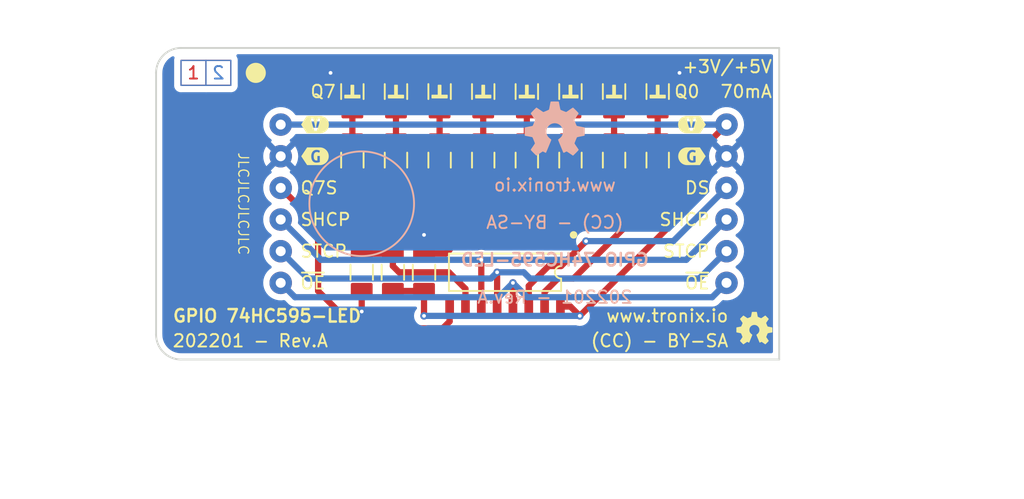
<source format=kicad_pcb>
(kicad_pcb (version 20211014) (generator pcbnew)
  (title_block (title "GPIO - 74HC595-LED") (date "01/2022") (rev "A"))
  (layers (0 "F.Cu" signal) (31 "B.Cu" signal) (34 "B.Paste" user) (35 "F.Paste" user) (36 "B.SilkS" user "B.Silkscreen") (37 "F.SilkS" user "F.Silkscreen") (38 "B.Mask" user) (39 "F.Mask" user) (44 "Edge.Cuts" user))
  (net 0 "")
  (net 1 "GND")
  (net 2 "VDD")
  (net 3 "Q7S")
  (net 4 "Net-(U1-Pad10)")
  (net 5 "Net-(U1-Pad14)")
  (net 6 "Net-(U1-Pad11)")
  (net 7 "Net-(U1-Pad12)")
  (net 8 "Net-(R2-Pad1)")
  (net 9 "Net-(R9-Pad1)")
  (net 10 "Net-(LED1-Pad2)")
  (net 11 "Net-(LED2-Pad2)")
  (net 12 "Net-(LED3-Pad2)")
  (net 13 "Net-(LED4-Pad2)")
  (net 14 "Net-(LED5-Pad2)")
  (net 15 "Net-(LED6-Pad2)")
  (net 16 "Net-(LED7-Pad2)")
  (net 17 "Net-(LED8-Pad2)")
  (net 18 "Net-(R3-Pad1)")
  (net 19 "Net-(R4-Pad1)")
  (net 20 "Net-(R5-Pad1)")
  (net 21 "Net-(R6-Pad1)")
  (net 22 "Net-(R7-Pad1)")
  (net 23 "Net-(R8-Pad1)")
  (net 24 "Net-(U1-Pad13)")
  (footprint "tronixio:OSHW-3MM" (layer "F.Cu") (at 174 86.5)
    (fp_text reference "G***" hide)
    (fp_text value "LOGO" hide)
  )
  (footprint "tronixio:HARWIN-M20-975064x" (layer "F.Cu") (at 171.773 70.15 -90)
    (fp_text reference "K1")
    (fp_text value "GPIO IN")
    (pad "1" thru_hole circle (at 0 0 270) (size 1.8 1.8) (drill 0.8) (layers *.Cu *.Mask) (net 2 "VDD"))
    (pad "2" thru_hole circle (at 2.54 0 270) (size 1.8 1.8) (drill 0.8) (layers *.Cu *.Mask) (net 1 "GND"))
    (pad "3" thru_hole circle (at 5.08 0 270) (size 1.8 1.8) (drill 0.8) (layers *.Cu *.Mask) (net 5 "Net-(U1-Pad14)"))
    (pad "4" thru_hole circle (at 7.62 0 270) (size 1.8 1.8) (drill 0.8) (layers *.Cu *.Mask) (net 6 "Net-(U1-Pad11)"))
    (pad "5" thru_hole circle (at 10.16 0 270) (size 1.8 1.8) (drill 0.8) (layers *.Cu *.Mask) (net 7 "Net-(U1-Pad12)"))
    (pad "6" thru_hole circle (at 12.7 0 270) (size 1.8 1.8) (drill 0.8) (layers *.Cu *.Mask) (net 24 "Net-(U1-Pad13)"))
  )
  (footprint "kibuzzard-62B79EB2" (layer "F.Cu") (at 169 70.15)
    (fp_text reference "kibuzzard-62B79EB2" hide)
    (fp_text value "G***" hide)
  )
  (footprint "kibuzzard-62B79E59" (layer "F.Cu") (at 138.75 72.69)
    (fp_text reference "kibuzzard-62B79E59" hide)
    (fp_text value "G***" hide)
  )
  (footprint "tronixio:LED-SMD-1206" (layer "F.Cu") (at 145.25 67.5 -90)
    (fp_text reference "LED7")
    (fp_text value "D6")
    (pad "1" smd roundrect (at -1.5 0 270) (size 1.3 1.75) (layers "F.Cu" "F.Paste" "F.Mask") (roundrect_rratio 0.1) (net 1 "GND"))
    (pad "2" smd roundrect (at 1.5 0 270) (size 1.3 1.75) (layers "F.Cu" "F.Paste" "F.Mask") (roundrect_rratio 0.1) (net 16 "Net-(LED7-Pad2)"))
  )
  (footprint "tronixio:LED-SMD-1206" (layer "F.Cu") (at 166.25 67.5 -90)
    (fp_text reference "LED1")
    (fp_text value "D0")
    (pad "1" smd roundrect (at -1.5 0 270) (size 1.3 1.75) (layers "F.Cu" "F.Paste" "F.Mask") (roundrect_rratio 0.1) (net 1 "GND"))
    (pad "2" smd roundrect (at 1.5 0 270) (size 1.3 1.75) (layers "F.Cu" "F.Paste" "F.Mask") (roundrect_rratio 0.1) (net 10 "Net-(LED1-Pad2)"))
  )
  (footprint "tronixio:SOIC-16" (layer "F.Cu") (at 154 82 -90)
    (fp_text reference "U1")
    (fp_text value "74HC595")
    (pad "1" smd roundrect (at -2.75 -4.445 270) (size 1.5 0.7) (layers "F.Cu" "F.Paste" "F.Mask") (roundrect_rratio 0.1) (net 23 "Net-(R8-Pad1)"))
    (pad "2" smd roundrect (at -2.75 -3.175 270) (size 1.5 0.7) (layers "F.Cu" "F.Paste" "F.Mask") (roundrect_rratio 0.1) (net 22 "Net-(R7-Pad1)"))
    (pad "3" smd roundrect (at -2.75 -1.905 270) (size 1.5 0.7) (layers "F.Cu" "F.Paste" "F.Mask") (roundrect_rratio 0.1) (net 21 "Net-(R6-Pad1)"))
    (pad "4" smd roundrect (at -2.75 -0.635 270) (size 1.5 0.7) (layers "F.Cu" "F.Paste" "F.Mask") (roundrect_rratio 0.1) (net 20 "Net-(R5-Pad1)"))
    (pad "5" smd roundrect (at -2.75 0.635 270) (size 1.5 0.7) (layers "F.Cu" "F.Paste" "F.Mask") (roundrect_rratio 0.1) (net 19 "Net-(R4-Pad1)"))
    (pad "6" smd roundrect (at -2.75 1.905 270) (size 1.5 0.7) (layers "F.Cu" "F.Paste" "F.Mask") (roundrect_rratio 0.1) (net 18 "Net-(R3-Pad1)"))
    (pad "7" smd roundrect (at -2.75 3.175 270) (size 1.5 0.7) (layers "F.Cu" "F.Paste" "F.Mask") (roundrect_rratio 0.1) (net 8 "Net-(R2-Pad1)"))
    (pad "8" smd roundrect (at -2.75 4.445 270) (size 1.5 0.7) (layers "F.Cu" "F.Paste" "F.Mask") (roundrect_rratio 0.1) (net 1 "GND"))
    (pad "9" smd roundrect (at 2.75 4.445 270) (size 1.5 0.7) (layers "F.Cu" "F.Paste" "F.Mask") (roundrect_rratio 0.1) (net 3 "Q7S"))
    (pad "10" smd roundrect (at 2.75 3.175 270) (size 1.5 0.7) (layers "F.Cu" "F.Paste" "F.Mask") (roundrect_rratio 0.1) (net 4 "Net-(U1-Pad10)"))
    (pad "11" smd roundrect (at 2.75 1.905 270) (size 1.5 0.7) (layers "F.Cu" "F.Paste" "F.Mask") (roundrect_rratio 0.1) (net 6 "Net-(U1-Pad11)"))
    (pad "12" smd roundrect (at 2.75 0.635 270) (size 1.5 0.7) (layers "F.Cu" "F.Paste" "F.Mask") (roundrect_rratio 0.1) (net 7 "Net-(U1-Pad12)"))
    (pad "13" smd roundrect (at 2.75 -0.635 270) (size 1.5 0.7) (layers "F.Cu" "F.Paste" "F.Mask") (roundrect_rratio 0.1) (net 24 "Net-(U1-Pad13)"))
    (pad "14" smd roundrect (at 2.75 -1.905 270) (size 1.5 0.7) (layers "F.Cu" "F.Paste" "F.Mask") (roundrect_rratio 0.1) (net 5 "Net-(U1-Pad14)"))
    (pad "15" smd roundrect (at 2.75 -3.175 270) (size 1.5 0.7) (layers "F.Cu" "F.Paste" "F.Mask") (roundrect_rratio 0.1) (net 9 "Net-(R9-Pad1)"))
    (pad "16" smd roundrect (at 2.75 -4.445 270) (size 1.5 0.7) (layers "F.Cu" "F.Paste" "F.Mask") (roundrect_rratio 0.1) (net 2 "VDD"))
  )
  (footprint "tronixio:RESISTOR-SMD-1206" (layer "F.Cu") (at 162.75 73 90)
    (fp_text reference "R8")
    (fp_text value "4K7")
    (pad "1" smd roundrect (at -1.5 0 90) (size 1.3 1.75) (layers "F.Cu" "F.Paste" "F.Mask") (roundrect_rratio 0.1) (net 23 "Net-(R8-Pad1)"))
    (pad "2" smd roundrect (at 1.5 0 90) (size 1.3 1.75) (layers "F.Cu" "F.Paste" "F.Mask") (roundrect_rratio 0.1) (net 11 "Net-(LED2-Pad2)"))
  )
  (footprint "tronixio:LED-SMD-1206" (layer "F.Cu") (at 155.75 67.5 -90)
    (fp_text reference "LED4")
    (fp_text value "D3")
    (pad "1" smd roundrect (at -1.5 0 270) (size 1.3 1.75) (layers "F.Cu" "F.Paste" "F.Mask") (roundrect_rratio 0.1) (net 1 "GND"))
    (pad "2" smd roundrect (at 1.5 0 270) (size 1.3 1.75) (layers "F.Cu" "F.Paste" "F.Mask") (roundrect_rratio 0.1) (net 13 "Net-(LED4-Pad2)"))
  )
  (footprint "tronixio:RESISTOR-SMD-1206" (layer "F.Cu") (at 148.75 73 90)
    (fp_text reference "R4")
    (fp_text value "4K7")
    (pad "1" smd roundrect (at -1.5 0 90) (size 1.3 1.75) (layers "F.Cu" "F.Paste" "F.Mask") (roundrect_rratio 0.1) (net 19 "Net-(R4-Pad1)"))
    (pad "2" smd roundrect (at 1.5 0 90) (size 1.3 1.75) (layers "F.Cu" "F.Paste" "F.Mask") (roundrect_rratio 0.1) (net 15 "Net-(LED6-Pad2)"))
  )
  (footprint "tronixio:RESISTOR-SMD-1206" (layer "F.Cu") (at 159.25 73 90)
    (fp_text reference "R7")
    (fp_text value "4K7")
    (pad "1" smd roundrect (at -1.5 0 90) (size 1.3 1.75) (layers "F.Cu" "F.Paste" "F.Mask") (roundrect_rratio 0.1) (net 22 "Net-(R7-Pad1)"))
    (pad "2" smd roundrect (at 1.5 0 90) (size 1.3 1.75) (layers "F.Cu" "F.Paste" "F.Mask") (roundrect_rratio 0.1) (net 12 "Net-(LED3-Pad2)"))
  )
  (footprint "tronixio:LED-SMD-1206" (layer "F.Cu") (at 162.75 67.5 -90)
    (fp_text reference "LED2")
    (fp_text value "D1")
    (pad "1" smd roundrect (at -1.5 0 270) (size 1.3 1.75) (layers "F.Cu" "F.Paste" "F.Mask") (roundrect_rratio 0.1) (net 1 "GND"))
    (pad "2" smd roundrect (at 1.5 0 270) (size 1.3 1.75) (layers "F.Cu" "F.Paste" "F.Mask") (roundrect_rratio 0.1) (net 11 "Net-(LED2-Pad2)"))
  )
  (footprint "tronixio:RESISTOR-SMD-1206" (layer "F.Cu") (at 145 82 90)
    (fp_text reference "R1")
    (fp_text value "10K")
    (pad "1" smd roundrect (at -1.5 0 90) (size 1.3 1.75) (layers "F.Cu" "F.Paste" "F.Mask") (roundrect_rratio 0.1) (net 2 "VDD"))
    (pad "2" smd roundrect (at 1.5 0 90) (size 1.3 1.75) (layers "F.Cu" "F.Paste" "F.Mask") (roundrect_rratio 0.1) (net 4 "Net-(U1-Pad10)"))
  )
  (footprint "tronixio:RESISTOR-SMD-1206" (layer "F.Cu") (at 145.25 73 90)
    (fp_text reference "R3")
    (fp_text value "4K7")
    (pad "1" smd roundrect (at -1.5 0 90) (size 1.3 1.75) (layers "F.Cu" "F.Paste" "F.Mask") (roundrect_rratio 0.1) (net 18 "Net-(R3-Pad1)"))
    (pad "2" smd roundrect (at 1.5 0 90) (size 1.3 1.75) (layers "F.Cu" "F.Paste" "F.Mask") (roundrect_rratio 0.1) (net 16 "Net-(LED7-Pad2)"))
  )
  (footprint "tronixio:RESISTOR-SMD-1206" (layer "F.Cu") (at 152.25 73 90)
    (fp_text reference "R5")
    (fp_text value "4K7")
    (pad "1" smd roundrect (at -1.5 0 90) (size 1.3 1.75) (layers "F.Cu" "F.Paste" "F.Mask") (roundrect_rratio 0.1) (net 20 "Net-(R5-Pad1)"))
    (pad "2" smd roundrect (at 1.5 0 90) (size 1.3 1.75) (layers "F.Cu" "F.Paste" "F.Mask") (roundrect_rratio 0.1) (net 14 "Net-(LED5-Pad2)"))
  )
  (footprint "kibuzzard-62B79EC3" (layer "F.Cu") (at 169 72.69)
    (fp_text reference "kibuzzard-62B79EC3" hide)
    (fp_text value "G***" hide)
  )
  (footprint "tronixio:CAPACITOR-SMD-1206" (layer "F.Cu") (at 147.5 82 90)
    (fp_text reference "C2")
    (fp_text value "100n")
    (pad "1" smd roundrect (at -1.5 0 90) (size 1.3 1.75) (layers "F.Cu" "F.Paste" "F.Mask") (roundrect_rratio 0.1) (net 2 "VDD"))
    (pad "2" smd roundrect (at 1.5 0 90) (size 1.3 1.75) (layers "F.Cu" "F.Paste" "F.Mask") (roundrect_rratio 0.1) (net 1 "GND"))
  )
  (footprint "tronixio:LED-SMD-1206" (layer "F.Cu") (at 159.25 67.5 -90)
    (fp_text reference "LED3")
    (fp_text value "D2")
    (pad "1" smd roundrect (at -1.5 0 270) (size 1.3 1.75) (layers "F.Cu" "F.Paste" "F.Mask") (roundrect_rratio 0.1) (net 1 "GND"))
    (pad "2" smd roundrect (at 1.5 0 270) (size 1.3 1.75) (layers "F.Cu" "F.Paste" "F.Mask") (roundrect_rratio 0.1) (net 12 "Net-(LED3-Pad2)"))
  )
  (footprint "tronixio:RESISTOR-SMD-1206" (layer "F.Cu") (at 166.25 73 90)
    (fp_text reference "R9")
    (fp_text value "4K7")
    (pad "1" smd roundrect (at -1.5 0 90) (size 1.3 1.75) (layers "F.Cu" "F.Paste" "F.Mask") (roundrect_rratio 0.1) (net 9 "Net-(R9-Pad1)"))
    (pad "2" smd roundrect (at 1.5 0 90) (size 1.3 1.75) (layers "F.Cu" "F.Paste" "F.Mask") (roundrect_rratio 0.1) (net 10 "Net-(LED1-Pad2)"))
  )
  (footprint "tronixio:RESISTOR-SMD-1206" (layer "F.Cu") (at 155.75 73 90)
    (fp_text reference "R6")
    (fp_text value "4K7")
    (pad "1" smd roundrect (at -1.5 0 90) (size 1.3 1.75) (layers "F.Cu" "F.Paste" "F.Mask") (roundrect_rratio 0.1) (net 21 "Net-(R6-Pad1)"))
    (pad "2" smd roundrect (at 1.5 0 90) (size 1.3 1.75) (layers "F.Cu" "F.Paste" "F.Mask") (roundrect_rratio 0.1) (net 13 "Net-(LED4-Pad2)"))
  )
  (footprint "tronixio:LED-SMD-1206" (layer "F.Cu") (at 141.75 67.5 -90)
    (fp_text reference "LED8")
    (fp_text value "D7")
    (pad "1" smd roundrect (at -1.5 0 270) (size 1.3 1.75) (layers "F.Cu" "F.Paste" "F.Mask") (roundrect_rratio 0.1) (net 1 "GND"))
    (pad "2" smd roundrect (at 1.5 0 270) (size 1.3 1.75) (layers "F.Cu" "F.Paste" "F.Mask") (roundrect_rratio 0.1) (net 17 "Net-(LED8-Pad2)"))
  )
  (footprint "tronixio:CAPACITOR-SMD-1206" (layer "F.Cu") (at 142.5 82 -90)
    (fp_text reference "C1")
    (fp_text value "10n")
    (pad "1" smd roundrect (at -1.5 0 270) (size 1.3 1.75) (layers "F.Cu" "F.Paste" "F.Mask") (roundrect_rratio 0.1) (net 4 "Net-(U1-Pad10)"))
    (pad "2" smd roundrect (at 1.5 0 270) (size 1.3 1.75) (layers "F.Cu" "F.Paste" "F.Mask") (roundrect_rratio 0.1) (net 1 "GND"))
  )
  (footprint "kibuzzard-62B79DF9" (layer "F.Cu") (at 138.75 70.15)
    (fp_text reference "kibuzzard-62B79DF9" hide)
    (fp_text value "G***" hide)
  )
  (footprint "tronixio:LED-SMD-1206" (layer "F.Cu") (at 148.75 67.5 -90)
    (fp_text reference "LED6")
    (fp_text value "D5")
    (pad "1" smd roundrect (at -1.5 0 270) (size 1.3 1.75) (layers "F.Cu" "F.Paste" "F.Mask") (roundrect_rratio 0.1) (net 1 "GND"))
    (pad "2" smd roundrect (at 1.5 0 270) (size 1.3 1.75) (layers "F.Cu" "F.Paste" "F.Mask") (roundrect_rratio 0.1) (net 15 "Net-(LED6-Pad2)"))
  )
  (footprint "tronixio:LED-SMD-1206" (layer "F.Cu") (at 152.25 67.5 -90)
    (fp_text reference "LED5")
    (fp_text value "D4")
    (pad "1" smd roundrect (at -1.5 0 270) (size 1.3 1.75) (layers "F.Cu" "F.Paste" "F.Mask") (roundrect_rratio 0.1) (net 1 "GND"))
    (pad "2" smd roundrect (at 1.5 0 270) (size 1.3 1.75) (layers "F.Cu" "F.Paste" "F.Mask") (roundrect_rratio 0.1) (net 14 "Net-(LED5-Pad2)"))
  )
  (footprint "tronixio:RESISTOR-SMD-1206" (layer "F.Cu") (at 141.75 73 90)
    (fp_text reference "R2")
    (fp_text value "4K7")
    (pad "1" smd roundrect (at -1.5 0 90) (size 1.3 1.75) (layers "F.Cu" "F.Paste" "F.Mask") (roundrect_rratio 0.1) (net 8 "Net-(R2-Pad1)"))
    (pad "2" smd roundrect (at 1.5 0 90) (size 1.3 1.75) (layers "F.Cu" "F.Paste" "F.Mask") (roundrect_rratio 0.1) (net 17 "Net-(LED8-Pad2)"))
  )
  (footprint "tronixio:SAMTEC-SSW-106-02-T-S-RA" (layer "F.Cu") (at 136 82.85 90)
    (fp_text reference "K2")
    (fp_text value "GPIO OUT")
    (pad "1" thru_hole circle (at 0 0 90) (size 1.8 1.8) (drill 0.8) (layers *.Cu *.Mask) (net 24 "Net-(U1-Pad13)"))
    (pad "2" thru_hole circle (at 2.54 0 90) (size 1.8 1.8) (drill 0.8) (layers *.Cu *.Mask) (net 7 "Net-(U1-Pad12)"))
    (pad "3" thru_hole circle (at 5.08 0 90) (size 1.8 1.8) (drill 0.8) (layers *.Cu *.Mask) (net 6 "Net-(U1-Pad11)"))
    (pad "4" thru_hole circle (at 7.62 0 90) (size 1.8 1.8) (drill 0.8) (layers *.Cu *.Mask) (net 3 "Q7S"))
    (pad "5" thru_hole circle (at 10.16 0 90) (size 1.8 1.8) (drill 0.8) (layers *.Cu *.Mask) (net 1 "GND"))
    (pad "6" thru_hole circle (at 12.7 0 90) (size 1.8 1.8) (drill 0.8) (layers *.Cu *.Mask) (net 2 "VDD"))
  )
  (footprint "tronixio:OSHW-5MM" (layer "B.Cu") (at 158 70.5 180)
    (fp_text reference "GT" hide)
    (fp_text value "LOGO" hide)
  )
  (footprint "tronixio:3M-SJ5376" (layer "B.Cu") (at 142.5 76.5 180)
    (fp_text reference "U2" hide)
    (fp_text value "3M-SJ5376" hide)
  )
  (gr_rect (start 128 67) (end 132 65) (layer "F.Cu") (width 0.1) (fill none))
  (gr_line (start 130 67) (end 130 65) (layer "F.Cu") (width 0.1))
  (gr_line (start 130 67) (end 130 65) (layer "B.Cu") (width 0.1))
  (gr_rect (start 128 67) (end 132 65) (layer "B.Cu") (width 0.1) (fill none))
  (gr_circle (center 134 66) (end 134.707107 66) (layer "F.SilkS") (width 0.2) (fill solid))
  (gr_circle (center 159.5 79) (end 159.75 79) (layer "F.SilkS") (width 0.1) (fill solid))
  (gr_line (start 176 64) (end 128 64) (layer "Edge.Cuts") (width 0.15))
  (gr_arc (start 126 66) (mid 126.585786 64.585786) (end 128 64) (layer "Edge.Cuts") (width 0.15))
  (gr_line (start 126 66) (end 126 87) (layer "Edge.Cuts") (width 0.15))
  (gr_line (start 128 89) (end 176 89) (layer "Edge.Cuts") (width 0.15))
  (gr_line (start 176 89) (end 176 64) (layer "Edge.Cuts") (width 0.15))
  (gr_arc (start 128 89) (mid 126.585786 88.414214) (end 126 87) (layer "Edge.Cuts") (width 0.15))
  (gr_text "1" (at 129 66) (layer "F.Cu") (effects (font (size 1 1))))
  (gr_text "2" (at 131 66) (layer "B.Cu") (effects (font (size 1 1)) (justify mirror)))
  (gr_text "www.tronix.io" (at 158 75) (layer "B.SilkS") (effects (font (size 1 1)) (justify mirror)))
  (gr_text "202201 - Rev.A" (at 158 84) (layer "B.SilkS") (effects (font (size 1 1)) (justify mirror)))
  (gr_text "GPIO 74HC595-LED" (at 158 81) (layer "B.SilkS") (effects (font (size 1 1) (thickness 0.2)) (justify mirror)))
  (gr_text "(CC) - BY-SA" (at 158 78) (layer "B.SilkS") (effects (font (size 1 1)) (justify mirror)))
  (gr_text "DS" (at 170.5 75.23) (layer "F.SilkS") (effects (font (size 1 1)) (justify right)))
  (gr_text "~{OE}" (at 170.5 82.85) (layer "F.SilkS") (effects (font (size 1 1)) (justify right)))
  (gr_text "(CC) - BY-SA" (at 172 87.5) (layer "F.SilkS") (effects (font (size 1 1)) (justify right)))
  (gr_text "JLCJLCJLCJLC" (at 133 76.5 -90) (layer "F.SilkS") (effects (font (size 0.8 0.8) (thickness 0.1))))
  (gr_text "202201 - Rev.A" (at 127.25 87.5) (layer "F.SilkS") (effects (font (size 1 1)) (justify left)))
  (gr_text "+3V/+5V" (at 175.5 65.5) (layer "F.SilkS") (effects (font (size 1 1)) (justify right)))
  (gr_text "GPIO 74HC595-LED" (at 127.25 85.5) (layer "F.SilkS") (effects (font (size 1 1) (thickness 0.2)) (justify left)))
  (gr_text "SHCP" (at 170.5 77.77) (layer "F.SilkS") (effects (font (size 1 1)) (justify right)))
  (gr_text "www.tronix.io" (at 172 85.5) (layer "F.SilkS") (effects (font (size 1 1)) (justify right)))
  (gr_text "STCP" (at 170.5 80.31) (layer "F.SilkS") (effects (font (size 1 1)) (justify right)))
  (gr_text "STCP" (at 137.5 80.31) (layer "F.SilkS") (effects (font (size 1 1)) (justify left)))
  (gr_text "SHCP" (at 137.5 77.77) (layer "F.SilkS") (effects (font (size 1 1)) (justify left)))
  (gr_text "Q7" (at 140.5 67.5) (layer "F.SilkS") (effects (font (size 1 1)) (justify right)))
  (gr_text "Q7S" (at 137.5 75.23) (layer "F.SilkS") (effects (font (size 1 1)) (justify left)))
  (gr_text "70mA" (at 175.5 67.5) (layer "F.SilkS") (effects (font (size 1 1)) (justify right)))
  (gr_text "Q0" (at 167.5 67.5) (layer "F.SilkS") (effects (font (size 1 1)) (justify left)))
  (gr_text "~{OE}" (at 137.5 82.85) (layer "F.SilkS") (effects (font (size 1 1)) (justify left)))
  (segment (start 147.5 80.5) (end 149.25 80.5) (width 0.5) (layer "F.Cu") (net 1))
  (segment (start 159.25 66) (end 155.75 66) (width 0.5) (layer "F.Cu") (net 1))
  (segment (start 142.5 83.5) (end 142.5 85.1495) (width 0.5) (layer "F.Cu") (net 1))
  (segment (start 147.5 80.5) (end 147.5 79) (width 0.5) (layer "F.Cu") (net 1))
  (segment (start 145.25 66) (end 141.75 66) (width 0.5) (layer "F.Cu") (net 1))
  (segment (start 149.555 80.195) (end 149.555 79.25) (width 0.5) (layer "F.Cu") (net 1))
  (segment (start 152.25 66) (end 148.75 66) (width 0.5) (layer "F.Cu") (net 1))
  (segment (start 141.75 66) (end 140 66) (width 0.5) (layer "F.Cu") (net 1))
  (segment (start 162.75 66) (end 159.25 66) (width 0.5) (layer "F.Cu") (net 1))
  (segment (start 155.75 66) (end 152.25 66) (width 0.5) (layer "F.Cu") (net 1))
  (segment (start 149.25 80.5) (end 149.555 80.195) (width 0.5) (layer "F.Cu") (net 1))
  (segment (start 166.25 66) (end 168 66) (width 0.5) (layer "F.Cu") (net 1))
  (segment (start 166.25 66) (end 162.75 66) (width 0.5) (layer "F.Cu") (net 1))
  (segment (start 148.75 66) (end 145.25 66) (width 0.5) (layer "F.Cu") (net 1))
  (via (at 168 66) (size 0.6) (drill 0.3) (layers "F.Cu" "B.Cu") (net 1))
  (via (at 140 66) (size 0.6) (drill 0.3) (layers "F.Cu" "B.Cu") (net 1))
  (via (at 142.5 85.1495) (size 0.6) (drill 0.3) (layers "F.Cu" "B.Cu") (net 1))
  (via (at 147.5 79) (size 0.6) (drill 0.3) (layers "F.Cu" "B.Cu") (net 1))
  (segment (start 160 85.5) (end 159.25 84.75) (width 0.5) (layer "F.Cu") (net 2))
  (segment (start 169 76.5) (end 169 72.923) (width 0.5) (layer "F.Cu") (net 2))
  (segment (start 145 83.5) (end 147.5 83.5) (width 0.5) (layer "F.Cu") (net 2))
  (segment (start 159.25 84.75) (end 158.445 84.75) (width 0.5) (layer "F.Cu") (net 2))
  (segment (start 169 72.923) (end 171.773 70.15) (width 0.5) (layer "F.Cu") (net 2))
  (segment (start 160 85.5) (end 169 76.5) (width 0.5) (layer "F.Cu") (net 2))
  (segment (start 147.5 83.5) (end 147.5 85.5) (width 0.5) (layer "F.Cu") (net 2))
  (via (at 147.5 85.5) (size 0.6) (drill 0.3) (layers "F.Cu" "B.Cu") (net 2))
  (via (at 160 85.5) (size 0.6) (drill 0.3) (layers "F.Cu" "B.Cu") (net 2))
  (segment (start 171.773 70.15) (end 136 70.15) (width 0.5) (layer "B.Cu") (net 2))
  (segment (start 160 85.5) (end 147.5 85.5) (width 0.5) (layer "B.Cu") (net 2))
  (segment (start 136 75.23) (end 139 78.23) (width 0.5) (layer "F.Cu") (net 3))
  (segment (start 142 86.5) (end 149 86.5) (width 0.5) (layer "F.Cu") (net 3))
  (segment (start 139 78.23) (end 139 83.5) (width 0.5) (layer "F.Cu") (net 3))
  (segment (start 149.555 85.945) (end 149.555 84.75) (width 0.5) (layer "F.Cu") (net 3))
  (segment (start 139 83.5) (end 142 86.5) (width 0.5) (layer "F.Cu") (net 3))
  (segment (start 149 86.5) (end 149.555 85.945) (width 0.5) (layer "F.Cu") (net 3))
  (segment (start 145 80.5) (end 142.5 80.5) (width 0.5) (layer "F.Cu") (net 4))
  (segment (start 150.825 84.75) (end 150.825 83.325) (width 0.5) (layer "F.Cu") (net 4))
  (segment (start 149.5 82) (end 145.5 82) (width 0.5) (layer "F.Cu") (net 4))
  (segment (start 145.5 82) (end 145 81.5) (width 0.5) (layer "F.Cu") (net 4))
  (segment (start 145 81.5) (end 145 80.5) (width 0.5) (layer "F.Cu") (net 4))
  (segment (start 150.825 83.325) (end 149.5 82) (width 0.5) (layer "F.Cu") (net 4))
  (segment (start 157.5 81.5) (end 155.905 83.095) (width 0.5) (layer "F.Cu") (net 5))
  (segment (start 155.905 83.095) (end 155.905 84.75) (width 0.5) (layer "F.Cu") (net 5))
  (segment (start 158.5 81.5) (end 157.5 81.5) (width 0.5) (layer "F.Cu") (net 5))
  (segment (start 160.5 79.5) (end 158.5 81.5) (width 0.5) (layer "F.Cu") (net 5))
  (via (at 160.5 79.5) (size 0.6) (drill 0.3) (layers "F.Cu" "B.Cu") (net 5))
  (segment (start 160.5 79.5) (end 167.503 79.5) (width 0.5) (layer "B.Cu") (net 5))
  (segment (start 167.503 79.5) (end 171.773 75.23) (width 0.5) (layer "B.Cu") (net 5))
  (segment (start 152.095 84.75) (end 152.095 81) (width 0.5) (layer "F.Cu") (net 6))
  (via (at 152.095 81) (size 0.6) (drill 0.3) (layers "F.Cu" "B.Cu") (net 6))
  (segment (start 168.543 81) (end 139.23 81) (width 0.5) (layer "B.Cu") (net 6))
  (segment (start 171.773 77.77) (end 168.543 81) (width 0.5) (layer "B.Cu") (net 6))
  (segment (start 139.23 81) (end 136 77.77) (width 0.5) (layer "B.Cu") (net 6))
  (segment (start 153.365 84.75) (end 153.365 82) (width 0.5) (layer "F.Cu") (net 7))
  (via (at 153.365 82) (size 0.6) (drill 0.3) (layers "F.Cu" "B.Cu") (net 7))
  (segment (start 153.365 82) (end 155.5 82) (width 0.5) (layer "B.Cu") (net 7))
  (segment (start 155.5 82) (end 156 82.5) (width 0.5) (layer "B.Cu") (net 7))
  (segment (start 136 80.31) (end 138.19 82.5) (width 0.5) (layer "B.Cu") (net 7))
  (segment (start 169.583 82.5) (end 171.773 80.31) (width 0.5) (layer "B.Cu") (net 7))
  (segment (start 152.865 82.5) (end 153.365 82) (width 0.5) (layer "B.Cu") (net 7))
  (segment (start 156 82.5) (end 169.583 82.5) (width 0.5) (layer "B.Cu") (net 7))
  (segment (start 138.19 82.5) (end 152.865 82.5) (width 0.5) (layer "B.Cu") (net 7))
  (segment (start 150.5 77.5) (end 150.825 77.825) (width 0.4) (layer "F.Cu") (net 8))
  (segment (start 150.825 77.825) (end 150.825 79.25) (width 0.4) (layer "F.Cu") (net 8))
  (segment (start 143.5 77.5) (end 150.5 77.5) (width 0.4) (layer "F.Cu") (net 8))
  (segment (start 141.75 75.75) (end 143.5 77.5) (width 0.4) (layer "F.Cu") (net 8))
  (segment (start 141.75 74.5) (end 141.75 75.75) (width 0.4) (layer "F.Cu") (net 8))
  (segment (start 166.25 75.75) (end 166.25 74.5) (width 0.5) (layer "F.Cu") (net 9))
  (segment (start 157.175 84.75) (end 157.175 83.575) (width 0.5) (layer "F.Cu") (net 9))
  (segment (start 158.25 82.5) (end 159.5 82.5) (width 0.5) (layer "F.Cu") (net 9))
  (segment (start 159.5 82.5) (end 166.25 75.75) (width 0.5) (layer "F.Cu") (net 9))
  (segment (start 157.175 83.575) (end 158.25 82.5) (width 0.5) (layer "F.Cu") (net 9))
  (segment (start 166.25 69) (end 166.25 71.5) (width 0.5) (layer "F.Cu") (net 10))
  (segment (start 162.75 71.5) (end 162.75 69) (width 0.5) (layer "F.Cu") (net 11))
  (segment (start 159.25 69) (end 159.25 71.5) (width 0.5) (layer "F.Cu") (net 12))
  (segment (start 155.75 71.5) (end 155.75 69) (width 0.5) (layer "F.Cu") (net 13))
  (segment (start 152.25 69) (end 152.25 71.5) (width 0.5) (layer "F.Cu") (net 14))
  (segment (start 148.75 71.5) (end 148.75 69) (width 0.5) (layer "F.Cu") (net 15))
  (segment (start 145.25 69) (end 145.25 71.5) (width 0.5) (layer "F.Cu") (net 16))
  (segment (start 141.75 71.5) (end 141.75 69) (width 0.5) (layer "F.Cu") (net 17))
  (segment (start 145.25 74.5) (end 145.25 75.75) (width 0.4) (layer "F.Cu") (net 18))
  (segment (start 152.095 77.345) (end 152.095 79.25) (width 0.4) (layer "F.Cu") (net 18))
  (segment (start 151.5 76.75) (end 152.095 77.345) (width 0.4) (layer "F.Cu") (net 18))
  (segment (start 145.25 75.75) (end 146.25 76.75) (width 0.4) (layer "F.Cu") (net 18))
  (segment (start 146.25 76.75) (end 151.5 76.75) (width 0.4) (layer "F.Cu") (net 18))
  (segment (start 153.365 79.25) (end 153.365 77) (width 0.4) (layer "F.Cu") (net 19))
  (segment (start 148.75 75.75) (end 148.75 74.5) (width 0.4) (layer "F.Cu") (net 19))
  (segment (start 149 76) (end 148.75 75.75) (width 0.4) (layer "F.Cu") (net 19))
  (segment (start 152.365 76) (end 149 76) (width 0.4) (layer "F.Cu") (net 19))
  (segment (start 153.365 77) (end 152.365 76) (width 0.4) (layer "F.Cu") (net 19))
  (segment (start 154.635 75.635) (end 153.5 74.5) (width 0.4) (layer "F.Cu") (net 20))
  (segment (start 154.635 79.25) (end 154.635 75.635) (width 0.4) (layer "F.Cu") (net 20))
  (segment (start 153.5 74.5) (end 152.25 74.5) (width 0.4) (layer "F.Cu") (net 20))
  (segment (start 155.75 74.5) (end 155.75 75.75) (width 0.4) (layer "F.Cu") (net 21))
  (segment (start 155.905 75.905) (end 155.75 75.75) (width 0.4) (layer "F.Cu") (net 21))
  (segment (start 155.905 79.25) (end 155.905 75.905) (width 0.4) (layer "F.Cu") (net 21))
  (segment (start 158 74.5) (end 159.25 74.5) (width 0.4) (layer "F.Cu") (net 22))
  (segment (start 157.175 79.25) (end 157.175 75.325) (width 0.4) (layer "F.Cu") (net 22))
  (segment (start 157.175 75.325) (end 158 74.5) (width 0.4) (layer "F.Cu") (net 22))
  (segment (start 158.445 79.25) (end 158.445 77.805) (width 0.4) (layer "F.Cu") (net 23))
  (segment (start 162.75 75.75) (end 162.75 74.5) (width 0.4) (layer "F.Cu") (net 23))
  (segment (start 159.75 76.5) (end 162 76.5) (width 0.4) (layer "F.Cu") (net 23))
  (segment (start 158.445 77.805) (end 159.75 76.5) (width 0.4) (layer "F.Cu") (net 23))
  (segment (start 162 76.5) (end 162.75 75.75) (width 0.4) (layer "F.Cu") (net 23))
  (segment (start 154.635 84.75) (end 154.635 82.85) (width 0.5) (layer "F.Cu") (net 24))
  (via (at 154.635 82.85) (size 0.6) (drill 0.3) (layers "F.Cu" "B.Cu") (net 24))
  (segment (start 153.485 84) (end 154.635 82.85) (width 0.5) (layer "B.Cu") (net 24))
  (segment (start 136 82.85) (end 137.15 84) (width 0.5) (layer "B.Cu") (net 24))
  (segment (start 137.15 84) (end 153.485 84) (width 0.5) (layer "B.Cu") (net 24))
  (segment (start 154.635 82.85) (end 155.785 84) (width 0.5) (layer "B.Cu") (net 24))
  (segment (start 155.785 84) (end 170.623 84) (width 0.5) (layer "B.Cu") (net 24))
  (segment (start 170.623 84) (end 171.773 82.85) (width 0.5) (layer "B.Cu") (net 24))
  (zone locked (net 1) (net_name "GND") (layer "B.Cu") (connect_pads (clearance 0.5)) (min_thickness 0.25) (fill yes (thermal_gap 0.5) (thermal_bridge_width 0.5))
    (polygon (pts (xy 176 89) (xy 126 89) (xy 126 64) (xy 176 64)))
  )
)
</source>
